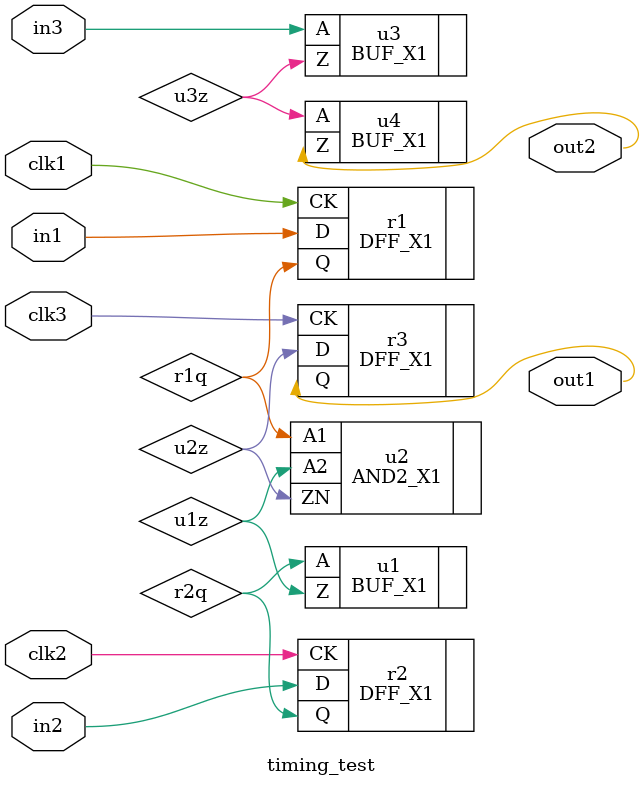
<source format=v>
module timing_test (in1, in2, in3, clk1, clk2, clk3, out1, out2);
  input in1, in2, in3, clk1, clk2, clk3;
  output out1, out2;
  wire r1q, r2q, u1z, u2z, u3z;

  BUF_X1 u3 (.A(in3), .Z(u3z));
  BUF_X1 u4 (.A(u3z), .Z(out2));

  DFF_X1 r1 (.D(in1), .CK(clk1), .Q(r1q));
  DFF_X1 r2 (.D(in2), .CK(clk2), .Q(r2q));
  BUF_X1 u1 (.A(r2q), .Z(u1z));
  AND2_X1 u2 (.A1(r1q), .A2(u1z), .ZN(u2z));
  DFF_X1 r3 (.D(u2z), .CK(clk3), .Q(out1));
endmodule // top

</source>
